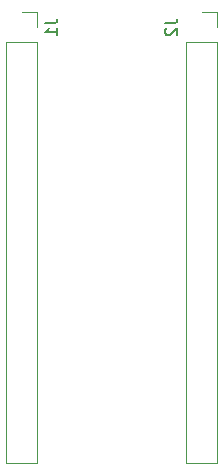
<source format=gbr>
%TF.GenerationSoftware,KiCad,Pcbnew,8.0.8*%
%TF.CreationDate,2025-03-12T21:32:49-06:00*%
%TF.ProjectId,Final_Project_New_Design,46696e61-6c5f-4507-926f-6a6563745f4e,rev?*%
%TF.SameCoordinates,Original*%
%TF.FileFunction,Legend,Bot*%
%TF.FilePolarity,Positive*%
%FSLAX46Y46*%
G04 Gerber Fmt 4.6, Leading zero omitted, Abs format (unit mm)*
G04 Created by KiCad (PCBNEW 8.0.8) date 2025-03-12 21:32:49*
%MOMM*%
%LPD*%
G01*
G04 APERTURE LIST*
%ADD10C,0.150000*%
%ADD11C,0.120000*%
G04 APERTURE END LIST*
D10*
X151234819Y-61626666D02*
X151949104Y-61626666D01*
X151949104Y-61626666D02*
X152091961Y-61579047D01*
X152091961Y-61579047D02*
X152187200Y-61483809D01*
X152187200Y-61483809D02*
X152234819Y-61340952D01*
X152234819Y-61340952D02*
X152234819Y-61245714D01*
X152234819Y-62626666D02*
X152234819Y-62055238D01*
X152234819Y-62340952D02*
X151234819Y-62340952D01*
X151234819Y-62340952D02*
X151377676Y-62245714D01*
X151377676Y-62245714D02*
X151472914Y-62150476D01*
X151472914Y-62150476D02*
X151520533Y-62055238D01*
X161394819Y-61626666D02*
X162109104Y-61626666D01*
X162109104Y-61626666D02*
X162251961Y-61579047D01*
X162251961Y-61579047D02*
X162347200Y-61483809D01*
X162347200Y-61483809D02*
X162394819Y-61340952D01*
X162394819Y-61340952D02*
X162394819Y-61245714D01*
X161490057Y-62055238D02*
X161442438Y-62102857D01*
X161442438Y-62102857D02*
X161394819Y-62198095D01*
X161394819Y-62198095D02*
X161394819Y-62436190D01*
X161394819Y-62436190D02*
X161442438Y-62531428D01*
X161442438Y-62531428D02*
X161490057Y-62579047D01*
X161490057Y-62579047D02*
X161585295Y-62626666D01*
X161585295Y-62626666D02*
X161680533Y-62626666D01*
X161680533Y-62626666D02*
X161823390Y-62579047D01*
X161823390Y-62579047D02*
X162394819Y-62007619D01*
X162394819Y-62007619D02*
X162394819Y-62626666D01*
D11*
%TO.C,J1*%
X147910000Y-63230000D02*
X147910000Y-98850000D01*
X150570000Y-60630000D02*
X149240000Y-60630000D01*
X150570000Y-61960000D02*
X150570000Y-60630000D01*
X150570000Y-63230000D02*
X147910000Y-63230000D01*
X150570000Y-63230000D02*
X150570000Y-98850000D01*
X150570000Y-98850000D02*
X147910000Y-98850000D01*
%TO.C,J2*%
X163150000Y-63230000D02*
X163150000Y-98850000D01*
X165810000Y-60630000D02*
X164480000Y-60630000D01*
X165810000Y-61960000D02*
X165810000Y-60630000D01*
X165810000Y-63230000D02*
X163150000Y-63230000D01*
X165810000Y-63230000D02*
X165810000Y-98850000D01*
X165810000Y-98850000D02*
X163150000Y-98850000D01*
%TD*%
M02*

</source>
